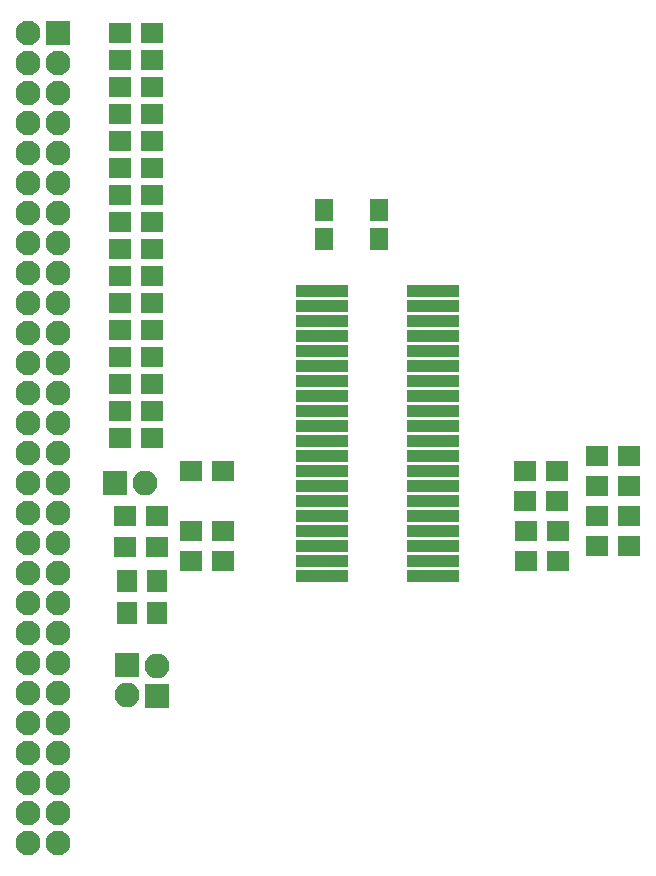
<source format=gts>
G04 #@! TF.FileFunction,Soldermask,Top*
%FSLAX46Y46*%
G04 Gerber Fmt 4.6, Leading zero omitted, Abs format (unit mm)*
G04 Created by KiCad (PCBNEW 4.0.7) date Wed Jun 27 14:29:21 2018*
%MOMM*%
%LPD*%
G01*
G04 APERTURE LIST*
%ADD10C,0.100000*%
%ADD11R,1.900000X1.700000*%
%ADD12R,1.700000X1.900000*%
%ADD13R,4.400000X1.035000*%
%ADD14R,2.100000X2.100000*%
%ADD15O,2.100000X2.100000*%
%ADD16R,1.650000X1.900000*%
%ADD17C,2.100000*%
G04 APERTURE END LIST*
D10*
D11*
X155622000Y-56388000D03*
X158322000Y-56388000D03*
X155622000Y-58674000D03*
X158322000Y-58674000D03*
X155622000Y-60960000D03*
X158322000Y-60960000D03*
X155636000Y-63246000D03*
X158336000Y-63246000D03*
X155636000Y-65532000D03*
X158336000Y-65532000D03*
X155636000Y-67818000D03*
X158336000Y-67818000D03*
X155636000Y-70104000D03*
X158336000Y-70104000D03*
X155636000Y-72390000D03*
X158336000Y-72390000D03*
X155636000Y-74676000D03*
X158336000Y-74676000D03*
X155636000Y-76962000D03*
X158336000Y-76962000D03*
X155636000Y-79248000D03*
X158336000Y-79248000D03*
X155636000Y-81534000D03*
X158336000Y-81534000D03*
X155636000Y-83820000D03*
X158336000Y-83820000D03*
X155636000Y-86106000D03*
X158336000Y-86106000D03*
X155636000Y-88392000D03*
X158336000Y-88392000D03*
X155636000Y-90678000D03*
X158336000Y-90678000D03*
X158750000Y-97282000D03*
X156050000Y-97282000D03*
X161638000Y-98552000D03*
X164338000Y-98552000D03*
X158750000Y-99949000D03*
X156050000Y-99949000D03*
X161638000Y-101092000D03*
X164338000Y-101092000D03*
X189992000Y-101092000D03*
X192692000Y-101092000D03*
X198708000Y-99822000D03*
X196008000Y-99822000D03*
X189992000Y-98552000D03*
X192692000Y-98552000D03*
X198708000Y-97282000D03*
X196008000Y-97282000D03*
X189912000Y-96012000D03*
X192612000Y-96012000D03*
X198708000Y-94742000D03*
X196008000Y-94742000D03*
X196008000Y-92202000D03*
X198708000Y-92202000D03*
X192612000Y-93472000D03*
X189912000Y-93472000D03*
D12*
X156210000Y-105490000D03*
X156210000Y-102790000D03*
X158750000Y-102790000D03*
X158750000Y-105490000D03*
D11*
X164338000Y-93472000D03*
X161638000Y-93472000D03*
D13*
X182120000Y-78232000D03*
X172720000Y-78232000D03*
X182120000Y-79502000D03*
X172720000Y-79502000D03*
X182120000Y-80772000D03*
X172720000Y-80772000D03*
X182120000Y-82042000D03*
X172720000Y-82042000D03*
X182120000Y-83312000D03*
X172720000Y-83312000D03*
X182120000Y-84582000D03*
X172720000Y-84582000D03*
X182120000Y-85852000D03*
X172720000Y-85852000D03*
X182120000Y-87122000D03*
X172720000Y-87122000D03*
X182120000Y-88392000D03*
X172720000Y-88392000D03*
X182120000Y-89662000D03*
X172720000Y-89662000D03*
X182120000Y-90932000D03*
X172720000Y-90932000D03*
X182120000Y-92202000D03*
X172720000Y-92202000D03*
X182120000Y-93472000D03*
X172720000Y-93472000D03*
X182120000Y-94742000D03*
X172720000Y-94742000D03*
X182120000Y-96012000D03*
X172720000Y-96012000D03*
X182120000Y-97282000D03*
X172720000Y-97282000D03*
X182120000Y-98552000D03*
X172720000Y-98552000D03*
X182120000Y-99822000D03*
X172720000Y-99822000D03*
X182120000Y-101092000D03*
X172720000Y-101092000D03*
X182120000Y-102362000D03*
X172720000Y-102362000D03*
D14*
X155194000Y-94488000D03*
D15*
X157734000Y-94488000D03*
D14*
X156210000Y-109960000D03*
D15*
X156210000Y-112500000D03*
D14*
X158750000Y-112522000D03*
D15*
X158750000Y-109982000D03*
D16*
X177546000Y-73894000D03*
X177546000Y-71394000D03*
X172847000Y-73894000D03*
X172847000Y-71394000D03*
D17*
X147828000Y-56388000D03*
D14*
X150368000Y-56388000D03*
D17*
X150368000Y-58928000D03*
X147828000Y-58928000D03*
X150368000Y-61468000D03*
X147828000Y-61468000D03*
X150368000Y-64008000D03*
X147828000Y-64008000D03*
X150368000Y-66548000D03*
X147828000Y-66548000D03*
X150368000Y-69088000D03*
X147828000Y-69088000D03*
X150368000Y-71628000D03*
X147828000Y-71628000D03*
X150368000Y-74168000D03*
X147828000Y-74168000D03*
X150368000Y-76708000D03*
X147828000Y-76708000D03*
X150368000Y-79248000D03*
X147828000Y-79248000D03*
X150368000Y-81788000D03*
X147828000Y-81788000D03*
X150368000Y-84328000D03*
X147828000Y-84328000D03*
X150368000Y-86868000D03*
X147828000Y-86868000D03*
X150368000Y-89408000D03*
X147828000Y-89408000D03*
X150368000Y-91948000D03*
X147828000Y-91948000D03*
X150368000Y-94488000D03*
X147828000Y-94488000D03*
X150368000Y-97028000D03*
X147828000Y-97028000D03*
X150368000Y-99568000D03*
X147828000Y-99568000D03*
X150368000Y-102108000D03*
X147828000Y-102108000D03*
X150368000Y-104648000D03*
X147828000Y-104648000D03*
X150368000Y-107188000D03*
X147828000Y-107188000D03*
X150368000Y-109728000D03*
X147828000Y-109728000D03*
X150368000Y-112268000D03*
X147828000Y-112268000D03*
X150368000Y-114808000D03*
X147828000Y-114808000D03*
X150368000Y-117348000D03*
X147828000Y-117348000D03*
X150368000Y-119888000D03*
X147828000Y-119888000D03*
X150368000Y-122428000D03*
X147828000Y-122428000D03*
X150368000Y-124968000D03*
X147828000Y-124968000D03*
M02*

</source>
